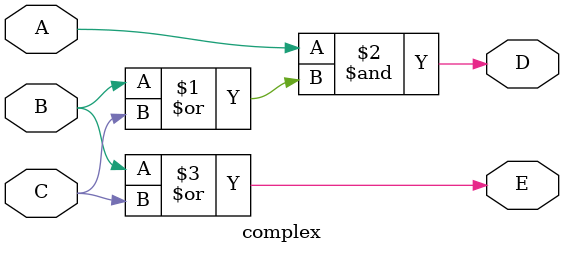
<source format=v>
module complex (
    input wire A,
    input wire B,
    input wire C,
    output wire D,
    output wire E
    ) ;

assign D = A & ( B | C ) ;
assign E = B | C;

endmodule
</source>
